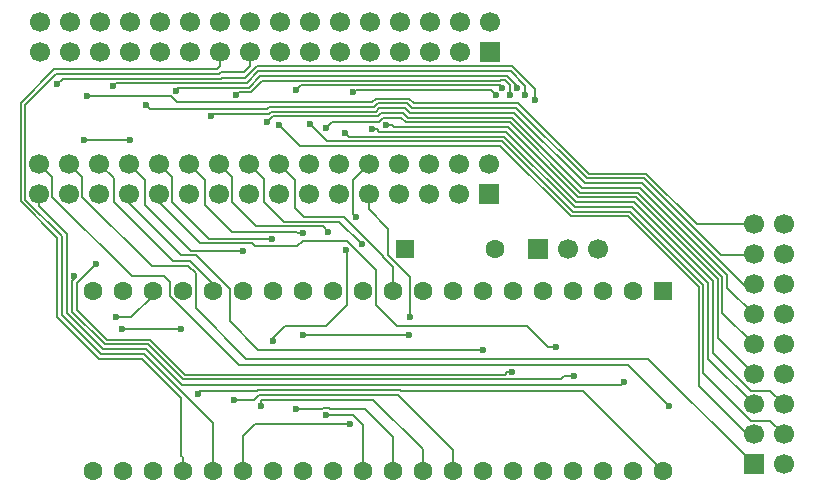
<source format=gbr>
%TF.GenerationSoftware,KiCad,Pcbnew,9.0.3*%
%TF.CreationDate,2025-09-07T17:51:57-04:00*%
%TF.ProjectId,6502-interposer,36353032-2d69-46e7-9465-72706f736572,rev?*%
%TF.SameCoordinates,Original*%
%TF.FileFunction,Copper,L2,Bot*%
%TF.FilePolarity,Positive*%
%FSLAX46Y46*%
G04 Gerber Fmt 4.6, Leading zero omitted, Abs format (unit mm)*
G04 Created by KiCad (PCBNEW 9.0.3) date 2025-09-07 17:51:57*
%MOMM*%
%LPD*%
G01*
G04 APERTURE LIST*
G04 Aperture macros list*
%AMRoundRect*
0 Rectangle with rounded corners*
0 $1 Rounding radius*
0 $2 $3 $4 $5 $6 $7 $8 $9 X,Y pos of 4 corners*
0 Add a 4 corners polygon primitive as box body*
4,1,4,$2,$3,$4,$5,$6,$7,$8,$9,$2,$3,0*
0 Add four circle primitives for the rounded corners*
1,1,$1+$1,$2,$3*
1,1,$1+$1,$4,$5*
1,1,$1+$1,$6,$7*
1,1,$1+$1,$8,$9*
0 Add four rect primitives between the rounded corners*
20,1,$1+$1,$2,$3,$4,$5,0*
20,1,$1+$1,$4,$5,$6,$7,0*
20,1,$1+$1,$6,$7,$8,$9,0*
20,1,$1+$1,$8,$9,$2,$3,0*%
G04 Aperture macros list end*
%TA.AperFunction,ComponentPad*%
%ADD10RoundRect,0.250000X-0.550000X-0.550000X0.550000X-0.550000X0.550000X0.550000X-0.550000X0.550000X0*%
%TD*%
%TA.AperFunction,ComponentPad*%
%ADD11C,1.600000*%
%TD*%
%TA.AperFunction,ComponentPad*%
%ADD12R,1.700000X1.700000*%
%TD*%
%TA.AperFunction,ComponentPad*%
%ADD13C,1.700000*%
%TD*%
%TA.AperFunction,ComponentPad*%
%ADD14RoundRect,0.250000X-0.550000X0.550000X-0.550000X-0.550000X0.550000X-0.550000X0.550000X0.550000X0*%
%TD*%
%TA.AperFunction,ViaPad*%
%ADD15C,0.600000*%
%TD*%
%TA.AperFunction,Conductor*%
%ADD16C,0.200000*%
%TD*%
G04 APERTURE END LIST*
D10*
%TO.P,D1,1,K*%
%TO.N,/vcc2*%
X78690000Y-61000000D03*
D11*
%TO.P,D1,2,A*%
%TO.N,Net-(D1-A)*%
X86310000Y-61000000D03*
%TD*%
D12*
%TO.P,J2,1,Pin_1*%
%TO.N,GND*%
X85860000Y-44250000D03*
D13*
%TO.P,J2,2,Pin_2*%
X85860000Y-41710000D03*
%TO.P,J2,3,Pin_3*%
%TO.N,+5V*%
X83320000Y-44250000D03*
%TO.P,J2,4,Pin_4*%
%TO.N,unconnected-(J2-Pin_4-Pad4)*%
X83320000Y-41710000D03*
%TO.P,J2,5,Pin_5*%
%TO.N,/vcc2*%
X80780000Y-44250000D03*
%TO.P,J2,6,Pin_6*%
X80780000Y-41710000D03*
%TO.P,J2,7,Pin_7*%
%TO.N,unconnected-(J2-Pin_7-Pad7)*%
X78240000Y-44250000D03*
%TO.P,J2,8,Pin_8*%
%TO.N,unconnected-(J2-Pin_8-Pad8)*%
X78240000Y-41710000D03*
%TO.P,J2,9,Pin_9*%
%TO.N,/Opt6*%
X75700000Y-44250000D03*
%TO.P,J2,10,Pin_10*%
%TO.N,/Opt7*%
X75700000Y-41710000D03*
%TO.P,J2,11,Pin_11*%
%TO.N,/Opt5*%
X73160000Y-44250000D03*
%TO.P,J2,12,Pin_12*%
%TO.N,/Opt8*%
X73160000Y-41710000D03*
%TO.P,J2,13,Pin_13*%
%TO.N,/Opt4*%
X70620000Y-44250000D03*
%TO.P,J2,14,Pin_14*%
%TO.N,/Opt9*%
X70620000Y-41710000D03*
%TO.P,J2,15,Pin_15*%
%TO.N,/Opt3*%
X68080000Y-44250000D03*
%TO.P,J2,16,Pin_16*%
%TO.N,/Opt10*%
X68080000Y-41710000D03*
%TO.P,J2,17,Pin_17*%
%TO.N,/A15*%
X65540000Y-44250000D03*
%TO.P,J2,18,Pin_18*%
%TO.N,/Opt11*%
X65540000Y-41710000D03*
%TO.P,J2,19,Pin_19*%
%TO.N,/A14*%
X63000000Y-44250000D03*
%TO.P,J2,20,Pin_20*%
%TO.N,/Opt12*%
X63000000Y-41710000D03*
%TO.P,J2,21,Pin_21*%
%TO.N,/A13*%
X60460000Y-44250000D03*
%TO.P,J2,22,Pin_22*%
%TO.N,/Opt13*%
X60460000Y-41710000D03*
%TO.P,J2,23,Pin_23*%
%TO.N,/A12*%
X57920000Y-44250000D03*
%TO.P,J2,24,Pin_24*%
%TO.N,/Opt14*%
X57920000Y-41710000D03*
%TO.P,J2,25,Pin_25*%
%TO.N,/A11*%
X55380000Y-44250000D03*
%TO.P,J2,26,Pin_26*%
%TO.N,/Opt15*%
X55380000Y-41710000D03*
%TO.P,J2,27,Pin_27*%
%TO.N,/A10*%
X52840000Y-44250000D03*
%TO.P,J2,28,Pin_28*%
%TO.N,/Opt16*%
X52840000Y-41710000D03*
%TO.P,J2,29,Pin_29*%
%TO.N,/A9*%
X50300000Y-44250000D03*
%TO.P,J2,30,Pin_30*%
%TO.N,/Opt17*%
X50300000Y-41710000D03*
%TO.P,J2,31,Pin_31*%
%TO.N,/A8*%
X47760000Y-44250000D03*
%TO.P,J2,32,Pin_32*%
%TO.N,/Opt18*%
X47760000Y-41710000D03*
%TD*%
D12*
%TO.P,JP1,1,A*%
%TO.N,unconnected-(JP1-A-Pad1)*%
X89960000Y-61000000D03*
D13*
%TO.P,JP1,2,C*%
%TO.N,+5V*%
X92500000Y-61000000D03*
%TO.P,JP1,3,B*%
%TO.N,Net-(D1-A)*%
X95040000Y-61000000D03*
%TD*%
D14*
%TO.P,U1,1,VSS*%
%TO.N,GND*%
X100500000Y-64510000D03*
D11*
%TO.P,U1,2,RDY*%
%TO.N,/RDY*%
X97960000Y-64510000D03*
%TO.P,U1,3,\u03D51*%
%TO.N,unconnected-(U1-\u03D51-Pad3)*%
X95420000Y-64510000D03*
%TO.P,U1,4,~{IRQ}*%
%TO.N,/~{IRQ}*%
X92880000Y-64510000D03*
%TO.P,U1,5,nc*%
%TO.N,unconnected-(U1-nc-Pad5)*%
X90340000Y-64510000D03*
%TO.P,U1,6,~{NMI}*%
%TO.N,/~{NMI}*%
X87800000Y-64510000D03*
%TO.P,U1,7,SYNC*%
%TO.N,unconnected-(U1-SYNC-Pad7)*%
X85260000Y-64510000D03*
%TO.P,U1,8,VCC*%
%TO.N,+5V*%
X82720000Y-64510000D03*
%TO.P,U1,9,A0*%
%TO.N,/A0*%
X80180000Y-64510000D03*
%TO.P,U1,10,A1*%
%TO.N,/A1*%
X77640000Y-64510000D03*
%TO.P,U1,11,A2*%
%TO.N,/A2*%
X75100000Y-64510000D03*
%TO.P,U1,12,A3*%
%TO.N,/A3*%
X72560000Y-64510000D03*
%TO.P,U1,13,A4*%
%TO.N,/A4*%
X70020000Y-64510000D03*
%TO.P,U1,14,A5*%
%TO.N,/A5*%
X67480000Y-64510000D03*
%TO.P,U1,15,A6*%
%TO.N,/A6*%
X64940000Y-64510000D03*
%TO.P,U1,16,A7*%
%TO.N,/A7*%
X62400000Y-64510000D03*
%TO.P,U1,17,A8*%
%TO.N,/A8*%
X59860000Y-64510000D03*
%TO.P,U1,18,A9*%
%TO.N,/A9*%
X57320000Y-64510000D03*
%TO.P,U1,19,A10*%
%TO.N,/A10*%
X54780000Y-64510000D03*
%TO.P,U1,20,A11*%
%TO.N,/A11*%
X52240000Y-64510000D03*
%TO.P,U1,21,VSS*%
%TO.N,N/C*%
X52240000Y-79750000D03*
%TO.P,U1,22,A12*%
%TO.N,/A12*%
X54780000Y-79750000D03*
%TO.P,U1,23,A13*%
%TO.N,/A13*%
X57320000Y-79750000D03*
%TO.P,U1,24,A14*%
%TO.N,/A14*%
X59860000Y-79750000D03*
%TO.P,U1,25,A15*%
%TO.N,/A15*%
X62400000Y-79750000D03*
%TO.P,U1,26,D7*%
%TO.N,/D7*%
X64940000Y-79750000D03*
%TO.P,U1,27,D6*%
%TO.N,/D6*%
X67480000Y-79750000D03*
%TO.P,U1,28,D5*%
%TO.N,/D5*%
X70020000Y-79750000D03*
%TO.P,U1,29,D4*%
%TO.N,/D4*%
X72560000Y-79750000D03*
%TO.P,U1,30,D3*%
%TO.N,/D3*%
X75100000Y-79750000D03*
%TO.P,U1,31,D2*%
%TO.N,/D2*%
X77640000Y-79750000D03*
%TO.P,U1,32,D1*%
%TO.N,/D1*%
X80180000Y-79750000D03*
%TO.P,U1,33,D0*%
%TO.N,/D0*%
X82720000Y-79750000D03*
%TO.P,U1,34,R/~{W}*%
%TO.N,/R{slash}~{W}*%
X85260000Y-79750000D03*
%TO.P,U1,35,nc*%
%TO.N,unconnected-(U1-nc-Pad35)*%
X87800000Y-79750000D03*
%TO.P,U1,36,nc*%
%TO.N,unconnected-(U1-nc-Pad36)*%
X90340000Y-79750000D03*
%TO.P,U1,37,\u03D50*%
%TO.N,/\u03D50*%
X92880000Y-79750000D03*
%TO.P,U1,38,~{SO}*%
%TO.N,unconnected-(U1-~{SO}-Pad38)*%
X95420000Y-79750000D03*
%TO.P,U1,39,\u03D52*%
%TO.N,unconnected-(U1-\u03D52-Pad39)*%
X97960000Y-79750000D03*
%TO.P,U1,40,~{RES}*%
%TO.N,/~{RES}*%
X100500000Y-79750000D03*
%TD*%
D12*
%TO.P,J3,1,Pin_1*%
%TO.N,/Opt1*%
X108210000Y-79200000D03*
D13*
%TO.P,J3,2,Pin_2*%
%TO.N,/Opt2*%
X110750000Y-79200000D03*
%TO.P,J3,3,Pin_3*%
%TO.N,/Opt3*%
X108210000Y-76660000D03*
%TO.P,J3,4,Pin_4*%
%TO.N,/Opt4*%
X110750000Y-76660000D03*
%TO.P,J3,5,Pin_5*%
%TO.N,/Opt5*%
X108210000Y-74120000D03*
%TO.P,J3,6,Pin_6*%
%TO.N,/Opt6*%
X110750000Y-74120000D03*
%TO.P,J3,7,Pin_7*%
%TO.N,/Opt7*%
X108210000Y-71580000D03*
%TO.P,J3,8,Pin_8*%
%TO.N,/Opt8*%
X110750000Y-71580000D03*
%TO.P,J3,9,Pin_9*%
%TO.N,/Opt9*%
X108210000Y-69040000D03*
%TO.P,J3,10,Pin_10*%
%TO.N,/Opt10*%
X110750000Y-69040000D03*
%TO.P,J3,11,Pin_11*%
%TO.N,/Opt11*%
X108210000Y-66500000D03*
%TO.P,J3,12,Pin_12*%
%TO.N,/Opt12*%
X110750000Y-66500000D03*
%TO.P,J3,13,Pin_13*%
%TO.N,/Opt13*%
X108210000Y-63960000D03*
%TO.P,J3,14,Pin_14*%
%TO.N,/Opt14*%
X110750000Y-63960000D03*
%TO.P,J3,15,Pin_15*%
%TO.N,/Opt15*%
X108210000Y-61420000D03*
%TO.P,J3,16,Pin_16*%
%TO.N,/Opt16*%
X110750000Y-61420000D03*
%TO.P,J3,17,Pin_17*%
%TO.N,/Opt17*%
X108210000Y-58880000D03*
%TO.P,J3,18,Pin_18*%
%TO.N,/Opt18*%
X110750000Y-58880000D03*
%TD*%
D12*
%TO.P,J1,1,Pin_1*%
%TO.N,GND*%
X85780000Y-56290000D03*
D13*
%TO.P,J1,2,Pin_2*%
X85780000Y-53750000D03*
%TO.P,J1,3,Pin_3*%
%TO.N,+5V*%
X83240000Y-56290000D03*
%TO.P,J1,4,Pin_4*%
%TO.N,unconnected-(J1-Pin_4-Pad4)*%
X83240000Y-53750000D03*
%TO.P,J1,5,Pin_5*%
%TO.N,/vcc2*%
X80700000Y-56290000D03*
%TO.P,J1,6,Pin_6*%
X80700000Y-53750000D03*
%TO.P,J1,7,Pin_7*%
%TO.N,unconnected-(J1-Pin_7-Pad7)*%
X78160000Y-56290000D03*
%TO.P,J1,8,Pin_8*%
%TO.N,unconnected-(J1-Pin_8-Pad8)*%
X78160000Y-53750000D03*
%TO.P,J1,9,Pin_9*%
%TO.N,/D5*%
X75620000Y-56290000D03*
%TO.P,J1,10,Pin_10*%
%TO.N,/D6*%
X75620000Y-53750000D03*
%TO.P,J1,11,Pin_11*%
%TO.N,/D4*%
X73080000Y-56290000D03*
%TO.P,J1,12,Pin_12*%
%TO.N,/D7*%
X73080000Y-53750000D03*
%TO.P,J1,13,Pin_13*%
%TO.N,/D3*%
X70540000Y-56290000D03*
%TO.P,J1,14,Pin_14*%
%TO.N,/A0*%
X70540000Y-53750000D03*
%TO.P,J1,15,Pin_15*%
%TO.N,/D2*%
X68000000Y-56290000D03*
%TO.P,J1,16,Pin_16*%
%TO.N,/A1*%
X68000000Y-53750000D03*
%TO.P,J1,17,Pin_17*%
%TO.N,/D1*%
X65460000Y-56290000D03*
%TO.P,J1,18,Pin_18*%
%TO.N,/A2*%
X65460000Y-53750000D03*
%TO.P,J1,19,Pin_19*%
%TO.N,/D0*%
X62920000Y-56290000D03*
%TO.P,J1,20,Pin_20*%
%TO.N,/A3*%
X62920000Y-53750000D03*
%TO.P,J1,21,Pin_21*%
%TO.N,/~{RES}*%
X60380000Y-56290000D03*
%TO.P,J1,22,Pin_22*%
%TO.N,/A4*%
X60380000Y-53750000D03*
%TO.P,J1,23,Pin_23*%
%TO.N,/\u03D50*%
X57840000Y-56290000D03*
%TO.P,J1,24,Pin_24*%
%TO.N,/A5*%
X57840000Y-53750000D03*
%TO.P,J1,25,Pin_25*%
%TO.N,/R{slash}~{W}*%
X55300000Y-56290000D03*
%TO.P,J1,26,Pin_26*%
%TO.N,/A6*%
X55300000Y-53750000D03*
%TO.P,J1,27,Pin_27*%
%TO.N,/~{NMI}*%
X52760000Y-56290000D03*
%TO.P,J1,28,Pin_28*%
%TO.N,/A7*%
X52760000Y-53750000D03*
%TO.P,J1,29,Pin_29*%
%TO.N,/~{IRQ}*%
X50220000Y-56290000D03*
%TO.P,J1,30,Pin_30*%
%TO.N,/Opt1*%
X50220000Y-53750000D03*
%TO.P,J1,31,Pin_31*%
%TO.N,/RDY*%
X47680000Y-56290000D03*
%TO.P,J1,32,Pin_32*%
%TO.N,/Opt2*%
X47680000Y-53750000D03*
%TD*%
D15*
%TO.N,/Opt3*%
X68000000Y-50500000D03*
%TO.N,/Opt2*%
X101000000Y-74250000D03*
%TO.N,/Opt5*%
X73625000Y-51125000D03*
%TO.N,/Opt14*%
X88194043Y-47335680D03*
X59250000Y-47553000D03*
%TO.N,/Opt11*%
X67000000Y-50250000D03*
%TO.N,/Opt4*%
X70620000Y-50370000D03*
%TO.N,/Opt13*%
X62250000Y-49750000D03*
%TO.N,/Opt12*%
X64406171Y-47902000D03*
X87581000Y-47968658D03*
%TO.N,/Opt17*%
X51750000Y-48000000D03*
%TO.N,/Opt6*%
X75854634Y-50848000D03*
%TO.N,/Opt18*%
X89668315Y-48331685D03*
X49250000Y-47001000D03*
%TO.N,/Opt8*%
X74311000Y-47704000D03*
X86380000Y-47890000D03*
%TO.N,/Opt15*%
X56750000Y-48750000D03*
%TO.N,/Opt9*%
X72000000Y-50750000D03*
%TO.N,/Opt10*%
X69469000Y-47500000D03*
X86923535Y-47303000D03*
%TO.N,/Opt16*%
X53991000Y-47152000D03*
X88850000Y-47968658D03*
%TO.N,/Opt7*%
X77098357Y-50447000D03*
%TO.N,/D7*%
X74000000Y-75750000D03*
%TO.N,/D2*%
X69420000Y-74500000D03*
%TO.N,/D3*%
X72000000Y-75000000D03*
%TO.N,/RDY*%
X97250000Y-72250000D03*
%TO.N,/A6*%
X65000000Y-61101000D03*
%TO.N,/A8*%
X54750000Y-67750000D03*
X59750000Y-67750000D03*
%TO.N,/D5*%
X79079000Y-66750000D03*
X70000000Y-68250000D03*
X79000000Y-68250000D03*
%TO.N,/A2*%
X75003093Y-60576952D03*
%TO.N,/A11*%
X51500000Y-51750000D03*
X55380000Y-51750000D03*
%TO.N,/\u03D50*%
X91500000Y-69250000D03*
%TO.N,/A4*%
X70020000Y-59652000D03*
%TO.N,/D1*%
X66500000Y-74250000D03*
%TO.N,/D0*%
X64182285Y-73750000D03*
%TO.N,/A9*%
X54250000Y-66750000D03*
%TO.N,/~{RES}*%
X61125000Y-73250000D03*
%TO.N,/A5*%
X67459412Y-60100000D03*
%TO.N,/R{slash}~{W}*%
X85250000Y-69500000D03*
%TO.N,/A3*%
X72200735Y-59549265D03*
%TO.N,/~{NMI}*%
X52500000Y-62250000D03*
X87750000Y-71400000D03*
%TO.N,/~{IRQ}*%
X93000000Y-71750000D03*
X50652000Y-63249473D03*
%TO.N,/D6*%
X67500000Y-68750000D03*
X73700735Y-61049265D03*
X74500000Y-58250000D03*
%TD*%
D16*
%TO.N,/Opt17*%
X108210000Y-58880000D02*
X103368100Y-58880000D01*
X103368100Y-58880000D02*
X99077100Y-54589000D01*
X94223200Y-54589000D02*
X88275200Y-48641000D01*
X79015400Y-48242000D02*
X76185014Y-48242000D01*
X99077100Y-54589000D02*
X94223200Y-54589000D01*
X88275200Y-48641000D02*
X79414400Y-48641000D01*
X75924014Y-48503000D02*
X59350057Y-48503000D01*
X79414400Y-48641000D02*
X79015400Y-48242000D01*
X76185014Y-48242000D02*
X75924014Y-48503000D01*
X59350057Y-48503000D02*
X58847057Y-48000000D01*
X58847057Y-48000000D02*
X51750000Y-48000000D01*
%TO.N,/Opt1*%
X60961000Y-65961000D02*
X65250000Y-70250000D01*
X99250000Y-70250000D02*
X108200000Y-79200000D01*
X65250000Y-70250000D02*
X99250000Y-70250000D01*
X51371000Y-54901000D02*
X51371000Y-56528760D01*
X60961000Y-63028100D02*
X60961000Y-65961000D01*
X108200000Y-79200000D02*
X108210000Y-79200000D01*
X50220000Y-53750000D02*
X51371000Y-54901000D01*
X60341450Y-62408550D02*
X60961000Y-63028100D01*
X57250790Y-62408550D02*
X60341450Y-62408550D01*
X51371000Y-56528760D02*
X57250790Y-62408550D01*
%TO.N,/Opt3*%
X69750000Y-52250000D02*
X86750000Y-52250000D01*
X103542000Y-64157800D02*
X103542000Y-72542000D01*
X68081000Y-50581000D02*
X69750000Y-52250000D01*
X107660000Y-76660000D02*
X108210000Y-76660000D01*
X86750000Y-52250000D02*
X92698000Y-58198000D01*
X103542000Y-72542000D02*
X107660000Y-76660000D01*
X97582200Y-58198000D02*
X103542000Y-64157800D01*
X92698000Y-58198000D02*
X97582200Y-58198000D01*
%TO.N,/Opt2*%
X48831000Y-54901000D02*
X47680000Y-53750000D01*
X48831000Y-56528760D02*
X48831000Y-54901000D01*
X101000000Y-74250000D02*
X97549000Y-70799000D01*
X58759000Y-63759000D02*
X58250000Y-63250000D01*
X58759000Y-64966050D02*
X58759000Y-63759000D01*
X55552240Y-63250000D02*
X48831000Y-56528760D01*
X58250000Y-63250000D02*
X55552240Y-63250000D01*
X64591950Y-70799000D02*
X58759000Y-64966050D01*
X97549000Y-70799000D02*
X64591950Y-70799000D01*
%TO.N,/Opt5*%
X93030200Y-57396000D02*
X97914400Y-57396000D01*
X87082200Y-51448000D02*
X93030200Y-57396000D01*
X73625000Y-51125000D02*
X73948000Y-51448000D01*
X104344000Y-63825600D02*
X104344000Y-70254000D01*
X104344000Y-70254000D02*
X108210000Y-74120000D01*
X73948000Y-51448000D02*
X87082200Y-51448000D01*
X97914400Y-57396000D02*
X104344000Y-63825600D01*
%TO.N,/Opt14*%
X64157228Y-47301000D02*
X64156228Y-47302000D01*
X64655114Y-47301000D02*
X64157228Y-47301000D01*
X64656114Y-47302000D02*
X64655114Y-47301000D01*
X64156228Y-47302000D02*
X63466400Y-47302000D01*
X87337165Y-46301000D02*
X86584900Y-46301000D01*
X59449000Y-47354000D02*
X59250000Y-47553000D01*
X63466400Y-47302000D02*
X63414400Y-47354000D01*
X63414400Y-47354000D02*
X59449000Y-47354000D01*
X88194043Y-47335680D02*
X88194043Y-47157878D01*
X86584900Y-46301000D02*
X86583900Y-46302000D01*
X66439300Y-46302000D02*
X65439300Y-47302000D01*
X65439300Y-47302000D02*
X64656114Y-47302000D01*
X86583900Y-46302000D02*
X66439300Y-46302000D01*
X88194043Y-47157878D02*
X87337165Y-46301000D01*
%TO.N,/Opt11*%
X93694600Y-55792000D02*
X87746600Y-49844000D01*
X105948000Y-63161200D02*
X98578800Y-55792000D01*
X76683314Y-49445000D02*
X76378314Y-49750000D01*
X108210000Y-66500000D02*
X105948000Y-64238000D01*
X98578800Y-55792000D02*
X93694600Y-55792000D01*
X78517100Y-49445000D02*
X76683314Y-49445000D01*
X78916100Y-49844000D02*
X78517100Y-49445000D01*
X105948000Y-64238000D02*
X105948000Y-63161200D01*
X87746600Y-49844000D02*
X78916100Y-49844000D01*
X67500000Y-49750000D02*
X67000000Y-50250000D01*
X76378314Y-49750000D02*
X67500000Y-49750000D01*
%TO.N,/Opt4*%
X103943000Y-71480760D02*
X103943000Y-63991700D01*
X109590000Y-75500000D02*
X107962240Y-75500000D01*
X107962240Y-75500000D02*
X103943000Y-71480760D01*
X92864100Y-57797000D02*
X86916100Y-51849000D01*
X103943000Y-63991700D02*
X97748300Y-57797000D01*
X72099000Y-51849000D02*
X70620000Y-50370000D01*
X97748300Y-57797000D02*
X92864100Y-57797000D01*
X110750000Y-76660000D02*
X109590000Y-75500000D01*
X86916100Y-51849000D02*
X72099000Y-51849000D01*
%TO.N,/Opt13*%
X67182900Y-49500000D02*
X67333900Y-49349000D01*
X79082200Y-49443000D02*
X87943000Y-49443000D01*
X62500000Y-49500000D02*
X67182900Y-49500000D01*
X93891000Y-55391000D02*
X98744900Y-55391000D01*
X76212214Y-49349000D02*
X76517214Y-49044000D01*
X98744900Y-55391000D02*
X107353900Y-64000000D01*
X108170000Y-64000000D02*
X108210000Y-63960000D01*
X67333900Y-49349000D02*
X76212214Y-49349000D01*
X87943000Y-49443000D02*
X93891000Y-55391000D01*
X107353900Y-64000000D02*
X108170000Y-64000000D01*
X78683200Y-49044000D02*
X79082200Y-49443000D01*
X76517214Y-49044000D02*
X78683200Y-49044000D01*
X62250000Y-49750000D02*
X62500000Y-49500000D01*
%TO.N,/Opt12*%
X87581000Y-47968658D02*
X87594043Y-47955615D01*
X64605171Y-47703000D02*
X64406171Y-47902000D01*
X86751000Y-46702000D02*
X86750000Y-46703000D01*
X86750000Y-46703000D02*
X66605400Y-46703000D01*
X87171065Y-46702000D02*
X86751000Y-46702000D01*
X87594043Y-47124978D02*
X87171065Y-46702000D01*
X65605400Y-47703000D02*
X64605171Y-47703000D01*
X87594043Y-47955615D02*
X87594043Y-47124978D01*
X66605400Y-46703000D02*
X65605400Y-47703000D01*
%TO.N,/Opt17*%
X108250000Y-58710000D02*
X107460000Y-58710000D01*
%TO.N,/Opt6*%
X104745000Y-63659500D02*
X104745000Y-69742760D01*
X76501000Y-51047000D02*
X87248300Y-51047000D01*
X93196300Y-56995000D02*
X98080500Y-56995000D01*
X98080500Y-56995000D02*
X104745000Y-63659500D01*
X104745000Y-69742760D02*
X107971240Y-72969000D01*
X75854634Y-50848000D02*
X76302000Y-50848000D01*
X107971240Y-72969000D02*
X109599000Y-72969000D01*
X87248300Y-51047000D02*
X93196300Y-56995000D01*
X109599000Y-72969000D02*
X110750000Y-74120000D01*
X76302000Y-50848000D02*
X76501000Y-51047000D01*
%TO.N,/Opt18*%
X64988314Y-46500000D02*
X64987314Y-46499000D01*
X63134200Y-46500000D02*
X63082200Y-46552000D01*
X49699000Y-46552000D02*
X49250000Y-47001000D01*
X86251700Y-45500000D02*
X66107100Y-45500000D01*
X59666043Y-46552000D02*
X59665043Y-46551000D01*
X63825028Y-46499000D02*
X63824028Y-46500000D01*
X58834957Y-46551000D02*
X58833957Y-46552000D01*
X89668315Y-48331685D02*
X89668315Y-47388587D01*
X87778728Y-45499000D02*
X86252700Y-45499000D01*
X53742057Y-46551000D02*
X53741057Y-46552000D01*
X54240943Y-46552000D02*
X54239943Y-46551000D01*
X89668315Y-47388587D02*
X87778728Y-45499000D01*
X58833957Y-46552000D02*
X54240943Y-46552000D01*
X59665043Y-46551000D02*
X58834957Y-46551000D01*
X64987314Y-46499000D02*
X63825028Y-46499000D01*
X63824028Y-46500000D02*
X63134200Y-46500000D01*
X66107100Y-45500000D02*
X65107100Y-46500000D01*
X53741057Y-46552000D02*
X49699000Y-46552000D01*
X86252700Y-45499000D02*
X86251700Y-45500000D01*
X63082200Y-46552000D02*
X59666043Y-46552000D01*
X65107100Y-46500000D02*
X64988314Y-46500000D01*
X54239943Y-46551000D02*
X53742057Y-46551000D01*
%TO.N,/Opt8*%
X85995000Y-47505000D02*
X74556000Y-47505000D01*
X74357000Y-47704000D02*
X74311000Y-47704000D01*
X74556000Y-47505000D02*
X74357000Y-47704000D01*
X86380000Y-47890000D02*
X85995000Y-47505000D01*
%TO.N,/Opt15*%
X108130000Y-61500000D02*
X105421000Y-61500000D01*
X76351114Y-48643000D02*
X76046114Y-48948000D01*
X57099000Y-49099000D02*
X56750000Y-48750000D01*
X76046114Y-48948000D02*
X67167800Y-48948000D01*
X88109100Y-49042000D02*
X79248300Y-49042000D01*
X67167800Y-48948000D02*
X67016800Y-49099000D01*
X105421000Y-61500000D02*
X98911000Y-54990000D01*
X78849300Y-48643000D02*
X76351114Y-48643000D01*
X108210000Y-61420000D02*
X108130000Y-61500000D01*
X79248300Y-49042000D02*
X78849300Y-48643000D01*
X94057100Y-54990000D02*
X88109100Y-49042000D01*
X67016800Y-49099000D02*
X57099000Y-49099000D01*
X98911000Y-54990000D02*
X94057100Y-54990000D01*
%TO.N,/Opt9*%
X76103577Y-50247000D02*
X75605691Y-50247000D01*
X75605691Y-50247000D02*
X75602691Y-50250000D01*
X72500000Y-50250000D02*
X72000000Y-50750000D01*
X78750000Y-50245000D02*
X78351000Y-49846000D01*
X93528500Y-56193000D02*
X87580500Y-50245000D01*
X75602691Y-50250000D02*
X72500000Y-50250000D01*
X78351000Y-49846000D02*
X76849414Y-49846000D01*
X87580500Y-50245000D02*
X78750000Y-50245000D01*
X76445414Y-50250000D02*
X76106577Y-50250000D01*
X108210000Y-69040000D02*
X105547000Y-66377000D01*
X105547000Y-66377000D02*
X105547000Y-63327300D01*
X76849414Y-49846000D02*
X76445414Y-50250000D01*
X98412700Y-56193000D02*
X93528500Y-56193000D01*
X105547000Y-63327300D02*
X98412700Y-56193000D01*
X76106577Y-50250000D02*
X76103577Y-50247000D01*
%TO.N,/Opt10*%
X86724535Y-47104000D02*
X69865000Y-47104000D01*
X69865000Y-47104000D02*
X69469000Y-47500000D01*
X86923535Y-47303000D02*
X86724535Y-47104000D01*
%TO.N,/Opt16*%
X88850000Y-47968658D02*
X88850000Y-47137372D01*
X66273200Y-45901000D02*
X65273200Y-46901000D01*
X54190000Y-46953000D02*
X53991000Y-47152000D01*
X59000057Y-46953000D02*
X54190000Y-46953000D01*
X87613628Y-45901000D02*
X87504265Y-45901000D01*
X64821214Y-46900000D02*
X63991128Y-46900000D01*
X63300300Y-46901000D02*
X63248300Y-46953000D01*
X59499943Y-46953000D02*
X59498943Y-46952000D01*
X87504265Y-45901000D02*
X87503265Y-45900000D01*
X59001057Y-46952000D02*
X59000057Y-46953000D01*
X59498943Y-46952000D02*
X59001057Y-46952000D01*
X63248300Y-46953000D02*
X59499943Y-46953000D01*
X63991128Y-46900000D02*
X63990128Y-46901000D01*
X87503265Y-45900000D02*
X86418800Y-45900000D01*
X86417800Y-45901000D02*
X66273200Y-45901000D01*
X86418800Y-45900000D02*
X86417800Y-45901000D01*
X64822214Y-46901000D02*
X64821214Y-46900000D01*
X65273200Y-46901000D02*
X64822214Y-46901000D01*
X63990128Y-46901000D02*
X63300300Y-46901000D01*
X88850000Y-47137372D02*
X87613628Y-45901000D01*
%TO.N,/Opt7*%
X98246600Y-56594000D02*
X105146000Y-63493400D01*
X105146000Y-68516000D02*
X108210000Y-71580000D01*
X77552000Y-50447000D02*
X77751000Y-50646000D01*
X75700000Y-41710000D02*
X75750000Y-41660000D01*
X77751000Y-50646000D02*
X87414400Y-50646000D01*
X87414400Y-50646000D02*
X93362400Y-56594000D01*
X77098357Y-50447000D02*
X77552000Y-50447000D01*
X93362400Y-56594000D02*
X98246600Y-56594000D01*
X105146000Y-63493400D02*
X105146000Y-68516000D01*
%TO.N,/D7*%
X66000000Y-75750000D02*
X64940000Y-76810000D01*
X64940000Y-76810000D02*
X64940000Y-79750000D01*
X74000000Y-75750000D02*
X66000000Y-75750000D01*
%TO.N,/A1*%
X69389000Y-57500000D02*
X69389000Y-55139000D01*
X69389000Y-55139000D02*
X68000000Y-53750000D01*
X76849000Y-61666100D02*
X76849000Y-61574330D01*
X76849000Y-61574330D02*
X73524670Y-58250000D01*
X73524670Y-58250000D02*
X70139000Y-58250000D01*
X77640000Y-62457100D02*
X76849000Y-61666100D01*
X77640000Y-64510000D02*
X77640000Y-62457100D01*
X70139000Y-58250000D02*
X69389000Y-57500000D01*
%TO.N,/D2*%
X77640000Y-76890000D02*
X77640000Y-79750000D01*
X72248943Y-74399000D02*
X72349943Y-74500000D01*
X72349943Y-74500000D02*
X75250000Y-74500000D01*
X71751057Y-74399000D02*
X72248943Y-74399000D01*
X71650057Y-74500000D02*
X71751057Y-74399000D01*
X75250000Y-74500000D02*
X77640000Y-76890000D01*
X69420000Y-74500000D02*
X71650057Y-74500000D01*
%TO.N,/D3*%
X72000000Y-75000000D02*
X74250000Y-75000000D01*
X74250000Y-75000000D02*
X75100000Y-75850000D01*
X75100000Y-75850000D02*
X75100000Y-79750000D01*
%TO.N,/A7*%
X59000000Y-62000000D02*
X60500000Y-62000000D01*
X52760000Y-53750000D02*
X54000000Y-54990000D01*
X54000000Y-57000000D02*
X59000000Y-62000000D01*
X62400000Y-63900000D02*
X62400000Y-64510000D01*
X54000000Y-54990000D02*
X54000000Y-57000000D01*
X60500000Y-62000000D02*
X62400000Y-63900000D01*
%TO.N,/RDY*%
X47680000Y-57362900D02*
X47680000Y-56290000D01*
X50052000Y-59734900D02*
X47680000Y-57362900D01*
X59781900Y-72500000D02*
X56729900Y-69448000D01*
X50052000Y-66417800D02*
X50052000Y-59734900D01*
X97000000Y-72500000D02*
X59781900Y-72500000D01*
X56729900Y-69448000D02*
X53082200Y-69448000D01*
X53082200Y-69448000D02*
X50052000Y-66417800D01*
X97250000Y-72250000D02*
X97000000Y-72500000D01*
%TO.N,/A6*%
X56689000Y-57250000D02*
X56689000Y-55139000D01*
X56689000Y-55139000D02*
X55300000Y-53750000D01*
X64998000Y-61099000D02*
X60538000Y-61099000D01*
X60538000Y-61099000D02*
X56689000Y-57250000D01*
X65000000Y-61101000D02*
X64998000Y-61099000D01*
%TO.N,/A8*%
X59860000Y-65140000D02*
X59860000Y-64510000D01*
X54750000Y-67750000D02*
X59750000Y-67750000D01*
%TO.N,/D5*%
X77250000Y-61500000D02*
X79079000Y-63329000D01*
X75620000Y-56290000D02*
X75620000Y-57620000D01*
X79079000Y-63329000D02*
X79079000Y-66750000D01*
X77250000Y-59250000D02*
X77250000Y-61500000D01*
X75620000Y-57620000D02*
X77250000Y-59250000D01*
X70000000Y-68250000D02*
X79000000Y-68250000D01*
%TO.N,/A2*%
X66750000Y-55040000D02*
X65460000Y-53750000D01*
X68401000Y-58651000D02*
X66750000Y-57000000D01*
X75003093Y-60576952D02*
X75003093Y-60524307D01*
X75003093Y-60524307D02*
X73129786Y-58651000D01*
X73129786Y-58651000D02*
X68401000Y-58651000D01*
X66750000Y-57000000D02*
X66750000Y-55040000D01*
%TO.N,/A11*%
X51500000Y-51750000D02*
X55380000Y-51750000D01*
%TO.N,/\u03D50*%
X90750000Y-69250000D02*
X89000000Y-67500000D01*
X76250000Y-62750000D02*
X73753000Y-60253000D01*
X89000000Y-67500000D02*
X78000000Y-67500000D01*
X69503000Y-60750000D02*
X65999000Y-60750000D01*
X57840000Y-57022900D02*
X57840000Y-56290000D01*
X73753000Y-60253000D02*
X70000000Y-60253000D01*
X91500000Y-69250000D02*
X90750000Y-69250000D01*
X61318100Y-60501000D02*
X57840000Y-57022900D01*
X65750000Y-60501000D02*
X61318100Y-60501000D01*
X65999000Y-60750000D02*
X65750000Y-60501000D01*
X76250000Y-65750000D02*
X76250000Y-62750000D01*
X78000000Y-67500000D02*
X76250000Y-65750000D01*
X70000000Y-60253000D02*
X69503000Y-60750000D01*
%TO.N,/A4*%
X69598000Y-59652000D02*
X69446000Y-59500000D01*
X61769000Y-55139000D02*
X60380000Y-53750000D01*
X64000000Y-59500000D02*
X61769000Y-57269000D01*
X61769000Y-57269000D02*
X61769000Y-55139000D01*
X70020000Y-59652000D02*
X69598000Y-59652000D01*
X69446000Y-59500000D02*
X64000000Y-59500000D01*
%TO.N,/A14*%
X46128000Y-56945100D02*
X46128000Y-48622000D01*
X49250000Y-60067100D02*
X46128000Y-56945100D01*
X56397700Y-70250000D02*
X52750000Y-70250000D01*
X59750000Y-73602300D02*
X56397700Y-70250000D01*
X46128000Y-48622000D02*
X49000000Y-45750000D01*
X62750000Y-45750000D02*
X63000000Y-45500000D01*
X59750000Y-78500000D02*
X59750000Y-73602300D01*
X59860000Y-78610000D02*
X59750000Y-78500000D01*
X59860000Y-79750000D02*
X59860000Y-78610000D01*
X49250000Y-66750000D02*
X49250000Y-60067100D01*
X63000000Y-45500000D02*
X63000000Y-44250000D01*
X52750000Y-70250000D02*
X49250000Y-66750000D01*
X49000000Y-45750000D02*
X62750000Y-45750000D01*
%TO.N,/D1*%
X66500000Y-74250000D02*
X66500000Y-73750000D01*
X80180000Y-77930000D02*
X80180000Y-79750000D01*
X76000000Y-73750000D02*
X80180000Y-77930000D01*
X66500000Y-73750000D02*
X76000000Y-73750000D01*
%TO.N,/D0*%
X65932900Y-73750000D02*
X66333900Y-73349000D01*
X82720000Y-77970000D02*
X82720000Y-79750000D01*
X78099000Y-73349000D02*
X82720000Y-77970000D01*
X64182285Y-73750000D02*
X65932900Y-73750000D01*
X66333900Y-73349000D02*
X78099000Y-73349000D01*
%TO.N,/A9*%
X54250000Y-66750000D02*
X55500000Y-66750000D01*
X55500000Y-66750000D02*
X57320000Y-64930000D01*
X57320000Y-64930000D02*
X57320000Y-64510000D01*
%TO.N,/~{RES}*%
X66115800Y-73000000D02*
X66167800Y-72948000D01*
X61125000Y-73125000D02*
X61250000Y-73000000D01*
X61125000Y-73250000D02*
X61125000Y-73125000D01*
X64016185Y-72985489D02*
X64348385Y-72985489D01*
X78265100Y-72948000D02*
X78317100Y-73000000D01*
X61250000Y-73000000D02*
X64001674Y-73000000D01*
X66167800Y-72948000D02*
X78265100Y-72948000D01*
X78317100Y-73000000D02*
X93750000Y-73000000D01*
X64348385Y-72985489D02*
X64362896Y-73000000D01*
X93750000Y-73000000D02*
X100500000Y-79750000D01*
X64001674Y-73000000D02*
X64016185Y-72985489D01*
X64362896Y-73000000D02*
X66115800Y-73000000D01*
%TO.N,/A5*%
X62091000Y-60100000D02*
X58991000Y-57000000D01*
X58991000Y-57000000D02*
X58991000Y-54901000D01*
X58991000Y-54901000D02*
X57840000Y-53750000D01*
X67459412Y-60100000D02*
X62091000Y-60100000D01*
%TO.N,/R{slash}~{W}*%
X66250000Y-69500000D02*
X63839000Y-67089000D01*
X63839000Y-67089000D02*
X63839000Y-64339000D01*
X85250000Y-69500000D02*
X66250000Y-69500000D01*
X63839000Y-64339000D02*
X61000000Y-61500000D01*
X55300000Y-57050000D02*
X55300000Y-56290000D01*
X61000000Y-61500000D02*
X59750000Y-61500000D01*
X59750000Y-61500000D02*
X55300000Y-57050000D01*
%TO.N,/A3*%
X71703470Y-59052000D02*
X68234900Y-59052000D01*
X64071000Y-54901000D02*
X62920000Y-53750000D01*
X72200735Y-59549265D02*
X71703470Y-59052000D01*
X66071000Y-59000000D02*
X64071000Y-57000000D01*
X68234900Y-59052000D02*
X68182900Y-59000000D01*
X68182900Y-59000000D02*
X66071000Y-59000000D01*
X64071000Y-57000000D02*
X64071000Y-54901000D01*
%TO.N,/A0*%
X80180000Y-64510000D02*
X79510000Y-64510000D01*
%TO.N,/~{NMI}*%
X51253000Y-63497000D02*
X52500000Y-62250000D01*
X53414400Y-68646000D02*
X50901000Y-66132600D01*
X51253000Y-63498416D02*
X51253000Y-63497000D01*
X50901000Y-66132600D02*
X50901000Y-63850416D01*
X50901000Y-63850416D02*
X51253000Y-63498416D01*
X87750000Y-71400000D02*
X87350000Y-71400000D01*
X57062100Y-68646000D02*
X53414400Y-68646000D01*
X87151000Y-71599000D02*
X60015100Y-71599000D01*
X60015100Y-71599000D02*
X57062100Y-68646000D01*
X87350000Y-71400000D02*
X87151000Y-71599000D01*
%TO.N,/~{IRQ}*%
X53248300Y-69047000D02*
X50500000Y-66298700D01*
X59849000Y-72000000D02*
X56896000Y-69047000D01*
X92130000Y-71750000D02*
X91880000Y-72000000D01*
X56896000Y-69047000D02*
X53248300Y-69047000D01*
X50652000Y-63530900D02*
X50652000Y-63249473D01*
X50500000Y-66298700D02*
X50500000Y-63682900D01*
X50500000Y-63682900D02*
X50652000Y-63530900D01*
X91880000Y-72000000D02*
X59849000Y-72000000D01*
X93000000Y-71750000D02*
X92130000Y-71750000D01*
%TO.N,/A15*%
X63067100Y-46000000D02*
X62916100Y-46151000D01*
X62400000Y-75685200D02*
X62400000Y-79750000D01*
X62916100Y-46151000D02*
X49166100Y-46151000D01*
X65540000Y-44250000D02*
X65540000Y-45500000D01*
X56563800Y-69849000D02*
X62400000Y-75685200D01*
X49166100Y-46151000D02*
X46529000Y-48788100D01*
X46529000Y-48788100D02*
X46529000Y-56779000D01*
X65540000Y-45500000D02*
X65040000Y-46000000D01*
X46529000Y-56779000D02*
X49651000Y-59901000D01*
X52916100Y-69849000D02*
X56563800Y-69849000D01*
X65040000Y-46000000D02*
X63067100Y-46000000D01*
X49651000Y-59901000D02*
X49651000Y-66583900D01*
X49651000Y-66583900D02*
X52916100Y-69849000D01*
%TO.N,/D6*%
X74500000Y-58250000D02*
X74250000Y-58000000D01*
X73750000Y-61098530D02*
X73700735Y-61049265D01*
X67500000Y-68500000D02*
X68500000Y-67500000D01*
X74250000Y-55120000D02*
X75620000Y-53750000D01*
X74250000Y-58000000D02*
X74250000Y-55120000D01*
X72000000Y-67500000D02*
X73750000Y-65750000D01*
X68500000Y-67500000D02*
X72000000Y-67500000D01*
X73750000Y-65750000D02*
X73750000Y-61098530D01*
X67500000Y-68750000D02*
X67500000Y-68500000D01*
%TD*%
M02*

</source>
